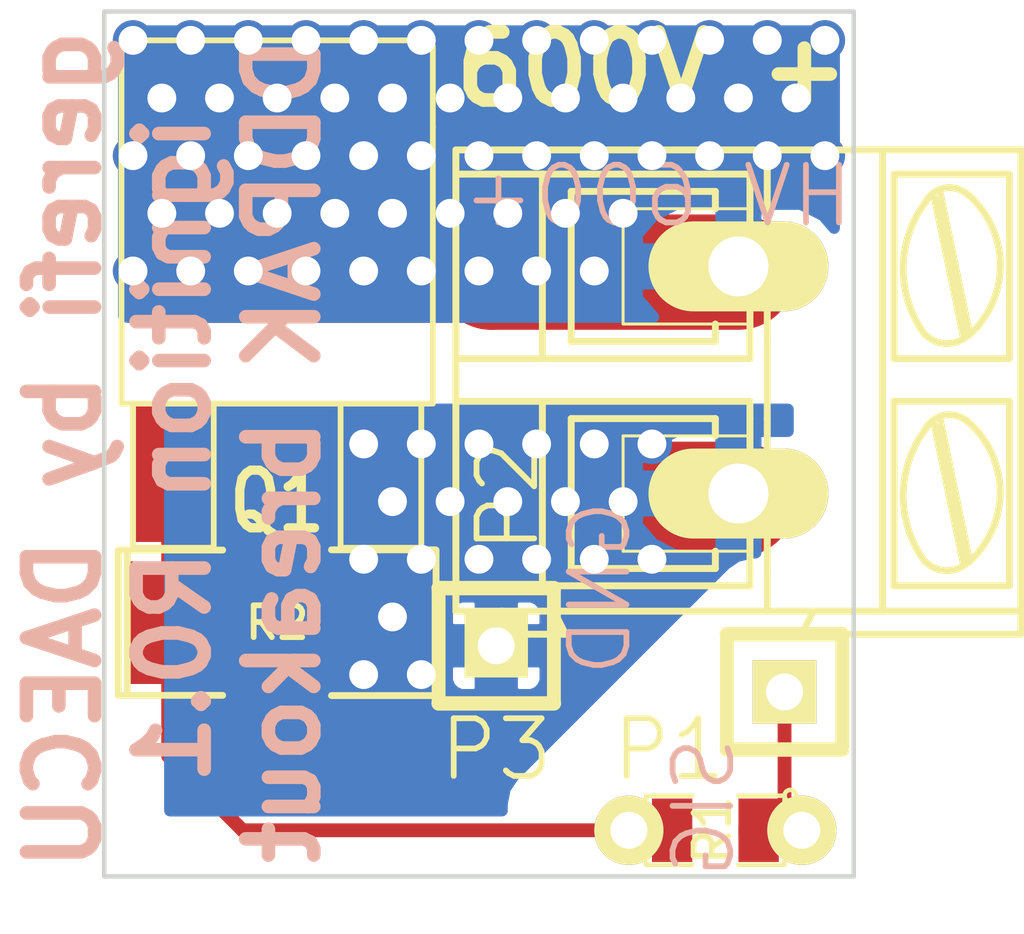
<source format=kicad_pcb>
(kicad_pcb (version 3) (host pcbnew "(2013-07-07 BZR 4022)-stable")

  (general
    (links 11)
    (no_connects 0)
    (area 200.225429 155.709477 231.089201 180.234166)
    (thickness 1.6)
    (drawings 13)
    (tracks 188)
    (zones 0)
    (modules 6)
    (nets 5)
  )

  (page A)
  (title_block 
    (title "DDPAK breakout")
    (rev R0.1)
    (company gerefi)
  )

  (layers
    (15 F.Cu signal)
    (0 B.Cu signal)
    (16 B.Adhes user)
    (17 F.Adhes user)
    (18 B.Paste user)
    (19 F.Paste user)
    (20 B.SilkS user)
    (21 F.SilkS user)
    (22 B.Mask user)
    (23 F.Mask user)
    (24 Dwgs.User user)
    (25 Cmts.User user)
    (26 Eco1.User user)
    (27 Eco2.User user)
    (28 Edge.Cuts user)
  )

  (setup
    (last_trace_width 0.3048)
    (trace_clearance 0.3048)
    (zone_clearance 0.254)
    (zone_45_only no)
    (trace_min 0.254)
    (segment_width 0.2)
    (edge_width 0.1)
    (via_size 0.889)
    (via_drill 0.635)
    (via_min_size 0.889)
    (via_min_drill 0.508)
    (uvia_size 0.508)
    (uvia_drill 0.127)
    (uvias_allowed no)
    (uvia_min_size 0.508)
    (uvia_min_drill 0.127)
    (pcb_text_width 0.3)
    (pcb_text_size 1.5 1.5)
    (mod_edge_width 0.15)
    (mod_text_size 1 1)
    (mod_text_width 0.15)
    (pad_size 1.5 1.5)
    (pad_drill 0.6)
    (pad_to_mask_clearance 0)
    (aux_axis_origin 0 0)
    (visible_elements 7FFFFF3F)
    (pcbplotparams
      (layerselection 3178497)
      (usegerberextensions true)
      (excludeedgelayer true)
      (linewidth 0.150000)
      (plotframeref false)
      (viasonmask false)
      (mode 1)
      (useauxorigin false)
      (hpglpennumber 1)
      (hpglpenspeed 20)
      (hpglpendiameter 15)
      (hpglpenoverlay 2)
      (psnegative false)
      (psa4output false)
      (plotreference true)
      (plotvalue true)
      (plotothertext true)
      (plotinvisibletext false)
      (padsonsilk false)
      (subtractmaskfromsilk false)
      (outputformat 1)
      (mirror false)
      (drillshape 1)
      (scaleselection 1)
      (outputdirectory ""))
  )

  (net 0 "")
  (net 1 /GND)
  (net 2 /HV)
  (net 3 /SIG)
  (net 4 /SIG2)

  (net_class Default "This is the default net class."
    (clearance 0.3048)
    (trace_width 0.3048)
    (via_dia 0.889)
    (via_drill 0.635)
    (uvia_dia 0.508)
    (uvia_drill 0.127)
    (add_net "")
    (add_net /GND)
    (add_net /HV)
    (add_net /SIG)
    (add_net /SIG2)
  )

  (net_class FAT ""
    (clearance 1.7526)
    (trace_width 2.54)
    (via_dia 0.889)
    (via_drill 0.635)
    (uvia_dia 0.508)
    (uvia_drill 0.127)
  )

  (net_class MIN ""
    (clearance 2.54)
    (trace_width 0.3048)
    (via_dia 0.889)
    (via_drill 0.635)
    (uvia_dia 0.508)
    (uvia_drill 0.127)
  )

  (module SM0805_jumper (layer F.Cu) (tedit 53B680BA) (tstamp 544A797B)
    (at 221.742 176.784 180)
    (path /54499D02)
    (attr smd)
    (fp_text reference R1 (at 0.0635 0 270) (layer F.SilkS)
      (effects (font (size 0.762 0.762) (thickness 0.127)))
    )
    (fp_text value 1K (at 0 1.27 180) (layer F.SilkS) hide
      (effects (font (size 0.50038 0.50038) (thickness 0.10922)))
    )
    (fp_circle (center -1.651 0.762) (end -1.651 0.635) (layer F.SilkS) (width 0.09906))
    (fp_line (start -0.508 0.762) (end -1.524 0.762) (layer F.SilkS) (width 0.09906))
    (fp_line (start -1.524 0.762) (end -1.524 -0.762) (layer F.SilkS) (width 0.09906))
    (fp_line (start -1.524 -0.762) (end -0.508 -0.762) (layer F.SilkS) (width 0.09906))
    (fp_line (start 0.508 -0.762) (end 1.524 -0.762) (layer F.SilkS) (width 0.09906))
    (fp_line (start 1.524 -0.762) (end 1.524 0.762) (layer F.SilkS) (width 0.09906))
    (fp_line (start 1.524 0.762) (end 0.508 0.762) (layer F.SilkS) (width 0.09906))
    (pad 2 smd rect (at 1.27 0 180) (size 1.524 0.2032)
      (layers F.Cu F.Paste F.Mask)
      (net 4 /SIG2)
    )
    (pad 1 smd rect (at -0.9525 0 180) (size 0.889 1.397)
      (layers F.Cu F.Paste F.Mask)
      (net 3 /SIG)
    )
    (pad 2 smd rect (at 0.9525 0 180) (size 0.889 1.397)
      (layers F.Cu F.Paste F.Mask)
      (net 4 /SIG2)
    )
    (pad 2 thru_hole circle (at 1.905 0 180) (size 1.524 1.524) (drill 0.8128)
      (layers *.Cu *.Mask F.SilkS)
      (net 4 /SIG2)
    )
    (pad 1 thru_hole circle (at -1.905 0 180) (size 1.524 1.524) (drill 0.8128)
      (layers *.Cu *.Mask F.SilkS)
      (net 3 /SIG)
    )
    (pad 1 smd rect (at -1.27 0 180) (size 1.524 0.2032)
      (layers F.Cu F.Paste F.Mask)
      (net 3 /SIG)
    )
    (model smd/chip_cms.wrl
      (at (xyz 0 0 0))
      (scale (xyz 0.1 0.1 0.1))
      (rotate (xyz 0 0 0))
    )
  )

  (module DPAK2 (layer F.Cu) (tedit 5449A3A9) (tstamp 5449C06D)
    (at 212.09 168.91)
    (descr "MOS boitier DPACK G-D-S")
    (tags "CMD DPACK")
    (path /5498B4BA)
    (attr smd)
    (fp_text reference Q1 (at 0 0.635) (layer F.SilkS)
      (effects (font (size 1.27 1.016) (thickness 0.2032)))
    )
    (fp_text value IRGS14C40L (at 0 -2.413) (layer F.SilkS) hide
      (effects (font (size 1.016 1.016) (thickness 0.2032)))
    )
    (fp_line (start 1.397 -1.524) (end 1.397 1.651) (layer F.SilkS) (width 0.127))
    (fp_line (start 1.397 1.651) (end 3.175 1.651) (layer F.SilkS) (width 0.127))
    (fp_line (start 3.175 1.651) (end 3.175 -1.524) (layer F.SilkS) (width 0.127))
    (fp_line (start -3.175 -1.524) (end -3.175 1.651) (layer F.SilkS) (width 0.127))
    (fp_line (start -3.175 1.651) (end -1.397 1.651) (layer F.SilkS) (width 0.127))
    (fp_line (start -1.397 1.651) (end -1.397 -1.524) (layer F.SilkS) (width 0.127))
    (fp_line (start 3.429 -7.62) (end 3.429 -1.524) (layer F.SilkS) (width 0.127))
    (fp_line (start 3.429 -1.524) (end -3.429 -1.524) (layer F.SilkS) (width 0.127))
    (fp_line (start -3.429 -1.524) (end -3.429 -9.398) (layer F.SilkS) (width 0.127))
    (fp_line (start -3.429 -9.525) (end 3.429 -9.525) (layer F.SilkS) (width 0.127))
    (fp_line (start 3.429 -9.398) (end 3.429 -7.62) (layer F.SilkS) (width 0.127))
    (pad 1 smd rect (at -2.286 0) (size 1.651 3.048)
      (layers F.Cu F.Paste F.Mask)
      (net 4 /SIG2)
    )
    (pad 2 smd rect (at 0 -6.35) (size 6.096 6.096)
      (layers F.Cu F.Paste F.Mask)
      (net 2 /HV)
    )
    (pad 3 smd rect (at 2.286 0) (size 1.651 3.048)
      (layers F.Cu F.Paste F.Mask)
      (net 1 /GND)
    )
    (model smd/dpack_2.wrl
      (at (xyz 0 0 0))
      (scale (xyz 1 1 1))
      (rotate (xyz 0 0 0))
    )
  )

  (module AK300-2 (layer F.Cu) (tedit 544A157D) (tstamp 544A2601)
    (at 222.25 166.878 270)
    (descr CONNECTOR)
    (tags CONNECTOR)
    (path /5449A1BA)
    (attr virtual)
    (fp_text reference P2 (at 2.54 5.08 270) (layer F.SilkS)
      (effects (font (size 1.27 1.27) (thickness 0.127)))
    )
    (fp_text value CONN_2 (at 0.254 7.747 270) (layer F.SilkS) hide
      (effects (font (size 1.778 1.778) (thickness 0.0889)))
    )
    (fp_line (start -3.7846 2.54) (end -1.2446 2.54) (layer F.SilkS) (width 0.06604))
    (fp_line (start -1.2446 2.54) (end -1.2446 -0.254) (layer F.SilkS) (width 0.06604))
    (fp_line (start -3.7846 -0.254) (end -1.2446 -0.254) (layer F.SilkS) (width 0.06604))
    (fp_line (start -3.7846 2.54) (end -3.7846 -0.254) (layer F.SilkS) (width 0.06604))
    (fp_line (start 1.2192 2.54) (end 3.7592 2.54) (layer F.SilkS) (width 0.06604))
    (fp_line (start 3.7592 2.54) (end 3.7592 -0.254) (layer F.SilkS) (width 0.06604))
    (fp_line (start 1.2192 -0.254) (end 3.7592 -0.254) (layer F.SilkS) (width 0.06604))
    (fp_line (start 1.2192 2.54) (end 1.2192 -0.254) (layer F.SilkS) (width 0.06604))
    (fp_line (start 5.08 -6.223) (end 5.08 -3.175) (layer F.SilkS) (width 0.1524))
    (fp_line (start 5.08 -6.223) (end -5.08 -6.223) (layer F.SilkS) (width 0.1524))
    (fp_line (start 5.08 -6.223) (end 5.588 -6.223) (layer F.SilkS) (width 0.1524))
    (fp_line (start 5.588 -6.223) (end 5.588 -1.397) (layer F.SilkS) (width 0.1524))
    (fp_line (start 5.588 -1.397) (end 5.08 -1.651) (layer F.SilkS) (width 0.1524))
    (fp_line (start 5.588 5.461) (end 5.08 5.207) (layer F.SilkS) (width 0.1524))
    (fp_line (start 5.08 5.207) (end 5.08 6.223) (layer F.SilkS) (width 0.1524))
    (fp_line (start 5.588 3.81) (end 5.08 4.064) (layer F.SilkS) (width 0.1524))
    (fp_line (start 5.08 4.064) (end 5.08 5.207) (layer F.SilkS) (width 0.1524))
    (fp_line (start 5.588 3.81) (end 5.588 5.461) (layer F.SilkS) (width 0.1524))
    (fp_line (start 0.4572 6.223) (end 0.4572 4.318) (layer F.SilkS) (width 0.1524))
    (fp_line (start 4.5212 -0.254) (end 4.5212 4.318) (layer F.SilkS) (width 0.1524))
    (fp_line (start 0.4572 6.223) (end 4.5212 6.223) (layer F.SilkS) (width 0.1524))
    (fp_line (start 4.5212 6.223) (end 5.08 6.223) (layer F.SilkS) (width 0.1524))
    (fp_line (start -0.4826 6.223) (end -0.4826 4.318) (layer F.SilkS) (width 0.1524))
    (fp_line (start -0.4826 6.223) (end 0.4572 6.223) (layer F.SilkS) (width 0.1524))
    (fp_line (start -4.5466 -0.254) (end -4.5466 4.318) (layer F.SilkS) (width 0.1524))
    (fp_line (start -5.08 6.223) (end -4.5466 6.223) (layer F.SilkS) (width 0.1524))
    (fp_line (start -4.5466 6.223) (end -0.4826 6.223) (layer F.SilkS) (width 0.1524))
    (fp_line (start 0.4572 4.318) (end 4.5212 4.318) (layer F.SilkS) (width 0.1524))
    (fp_line (start 0.4572 4.318) (end 0.4572 -0.254) (layer F.SilkS) (width 0.1524))
    (fp_line (start 4.5212 4.318) (end 4.5212 6.223) (layer F.SilkS) (width 0.1524))
    (fp_line (start -0.4826 4.318) (end -4.5466 4.318) (layer F.SilkS) (width 0.1524))
    (fp_line (start -0.4826 4.318) (end -0.4826 -0.254) (layer F.SilkS) (width 0.1524))
    (fp_line (start -4.5466 4.318) (end -4.5466 6.223) (layer F.SilkS) (width 0.1524))
    (fp_line (start 4.1402 3.683) (end 4.1402 0.508) (layer F.SilkS) (width 0.1524))
    (fp_line (start 4.1402 3.683) (end 0.8382 3.683) (layer F.SilkS) (width 0.1524))
    (fp_line (start 0.8382 3.683) (end 0.8382 0.508) (layer F.SilkS) (width 0.1524))
    (fp_line (start -0.8636 3.683) (end -0.8636 0.508) (layer F.SilkS) (width 0.1524))
    (fp_line (start -0.8636 3.683) (end -4.1656 3.683) (layer F.SilkS) (width 0.1524))
    (fp_line (start -4.1656 3.683) (end -4.1656 0.508) (layer F.SilkS) (width 0.1524))
    (fp_line (start -4.1656 0.508) (end -3.7846 0.508) (layer F.SilkS) (width 0.1524))
    (fp_line (start -0.8636 0.508) (end -1.2446 0.508) (layer F.SilkS) (width 0.1524))
    (fp_line (start 0.8382 0.508) (end 1.2192 0.508) (layer F.SilkS) (width 0.1524))
    (fp_line (start 4.1402 0.508) (end 3.7592 0.508) (layer F.SilkS) (width 0.1524))
    (fp_line (start -5.08 6.223) (end -5.08 -0.635) (layer F.SilkS) (width 0.1524))
    (fp_line (start -5.08 -0.635) (end -5.08 -3.175) (layer F.SilkS) (width 0.1524))
    (fp_line (start 5.08 -1.651) (end 5.08 -0.635) (layer F.SilkS) (width 0.1524))
    (fp_line (start 5.08 -0.635) (end 5.08 4.064) (layer F.SilkS) (width 0.1524))
    (fp_line (start -5.08 -3.175) (end 5.08 -3.175) (layer F.SilkS) (width 0.1524))
    (fp_line (start -5.08 -3.175) (end -5.08 -6.223) (layer F.SilkS) (width 0.1524))
    (fp_line (start 5.08 -3.175) (end 5.08 -1.651) (layer F.SilkS) (width 0.1524))
    (fp_line (start 0.4572 -3.429) (end 0.4572 -5.969) (layer F.SilkS) (width 0.1524))
    (fp_line (start 0.4572 -5.969) (end 4.5212 -5.969) (layer F.SilkS) (width 0.1524))
    (fp_line (start 4.5212 -5.969) (end 4.5212 -3.429) (layer F.SilkS) (width 0.1524))
    (fp_line (start 4.5212 -3.429) (end 0.4572 -3.429) (layer F.SilkS) (width 0.1524))
    (fp_line (start -0.4826 -3.429) (end -0.4826 -5.969) (layer F.SilkS) (width 0.1524))
    (fp_line (start -0.4826 -3.429) (end -4.5466 -3.429) (layer F.SilkS) (width 0.1524))
    (fp_line (start -4.5466 -3.429) (end -4.5466 -5.969) (layer F.SilkS) (width 0.1524))
    (fp_line (start -0.4826 -5.969) (end -4.5466 -5.969) (layer F.SilkS) (width 0.1524))
    (fp_line (start 0.8636 -4.445) (end 3.9116 -5.08) (layer F.SilkS) (width 0.1524))
    (fp_line (start 0.9906 -4.318) (end 4.0386 -4.953) (layer F.SilkS) (width 0.1524))
    (fp_line (start -4.1402 -4.445) (end -1.08966 -5.08) (layer F.SilkS) (width 0.1524))
    (fp_line (start -4.0132 -4.318) (end -0.9652 -4.953) (layer F.SilkS) (width 0.1524))
    (fp_line (start -4.5466 -0.254) (end -4.1656 -0.254) (layer F.SilkS) (width 0.1524))
    (fp_line (start -0.4826 -0.254) (end -0.8636 -0.254) (layer F.SilkS) (width 0.1524))
    (fp_line (start -0.8636 -0.254) (end -4.1656 -0.254) (layer F.SilkS) (width 0.1524))
    (fp_line (start -5.08 -0.635) (end -4.1656 -0.635) (layer F.SilkS) (width 0.1524))
    (fp_line (start -4.1656 -0.635) (end -0.8636 -0.635) (layer F.SilkS) (width 0.1524))
    (fp_line (start -0.8636 -0.635) (end 0.8382 -0.635) (layer F.SilkS) (width 0.1524))
    (fp_line (start 5.08 -0.635) (end 4.1402 -0.635) (layer F.SilkS) (width 0.1524))
    (fp_line (start 4.1402 -0.635) (end 0.8382 -0.635) (layer F.SilkS) (width 0.1524))
    (fp_line (start 4.5212 -0.254) (end 4.1402 -0.254) (layer F.SilkS) (width 0.1524))
    (fp_line (start 0.4572 -0.254) (end 0.8382 -0.254) (layer F.SilkS) (width 0.1524))
    (fp_line (start 0.8382 -0.254) (end 4.1402 -0.254) (layer F.SilkS) (width 0.1524))
    (fp_arc (start 3.5052 -4.59486) (end 4.01066 -5.05206) (angle 90.5) (layer F.SilkS) (width 0.1524))
    (fp_arc (start 2.54 -6.0706) (end 4.00304 -4.11734) (angle 75.5) (layer F.SilkS) (width 0.1524))
    (fp_arc (start 2.46126 -3.7084) (end 0.8636 -5.0038) (angle 100) (layer F.SilkS) (width 0.1524))
    (fp_arc (start 1.3462 -4.64566) (end 1.05664 -4.1275) (angle 104.2) (layer F.SilkS) (width 0.1524))
    (fp_arc (start -1.4986 -4.59486) (end -0.9906 -5.05206) (angle 90.5) (layer F.SilkS) (width 0.1524))
    (fp_arc (start -2.46126 -6.0706) (end -0.99822 -4.11734) (angle 75.5) (layer F.SilkS) (width 0.1524))
    (fp_arc (start -2.53746 -3.7084) (end -4.1402 -5.0038) (angle 100) (layer F.SilkS) (width 0.1524))
    (fp_arc (start -3.6576 -4.64566) (end -3.94462 -4.1275) (angle 104.2) (layer F.SilkS) (width 0.1524))
    (pad 1 thru_hole oval (at -2.5146 0 270) (size 1.9812 3.9624) (drill 1.3208)
      (layers *.Cu F.Paste F.SilkS F.Mask)
      (net 2 /HV)
    )
    (pad 2 thru_hole oval (at 2.4892 0 270) (size 1.9812 3.9624) (drill 1.3208)
      (layers *.Cu F.Paste F.SilkS F.Mask)
      (net 1 /GND)
    )
  )

  (module SM2010 (layer F.Cu) (tedit 544A1B10) (tstamp 5449C04A)
    (at 212.09 172.212)
    (tags "CMS SM")
    (path /54499C42)
    (attr smd)
    (fp_text reference R2 (at 0 0) (layer F.SilkS)
      (effects (font (size 0.70104 0.70104) (thickness 0.127)))
    )
    (fp_text value 100K (at 0 0.8) (layer F.SilkS) hide
      (effects (font (size 0.70104 0.70104) (thickness 0.127)))
    )
    (fp_line (start -3.3 -1.6) (end -3.3 1.6) (layer F.SilkS) (width 0.15))
    (fp_line (start 3.50012 -1.6002) (end 3.50012 1.6002) (layer F.SilkS) (width 0.15))
    (fp_line (start -3.5 -1.6) (end -3.5 1.6) (layer F.SilkS) (width 0.15))
    (fp_line (start 1.19634 1.60528) (end 3.48234 1.60528) (layer F.SilkS) (width 0.15))
    (fp_line (start 3.48234 -1.60528) (end 1.19634 -1.60528) (layer F.SilkS) (width 0.15))
    (fp_line (start -1.2 -1.6) (end -3.5 -1.6) (layer F.SilkS) (width 0.15))
    (fp_line (start -3.5 1.6) (end -1.2 1.6) (layer F.SilkS) (width 0.15))
    (pad 1 smd rect (at -2.4003 0) (size 1.80086 2.70002)
      (layers F.Cu F.Paste F.Mask)
      (net 4 /SIG2)
    )
    (pad 2 smd rect (at 2.4003 0) (size 1.80086 2.70002)
      (layers F.Cu F.Paste F.Mask)
      (net 1 /GND)
    )
    (model smd\chip_smd_pol_wide.wrl
      (at (xyz 0 0 0))
      (scale (xyz 0.35 0.35 0.35))
      (rotate (xyz 0 0 0))
    )
  )

  (module SIL-1 (layer F.Cu) (tedit 544A1D71) (tstamp 544A798F)
    (at 216.916 172.72)
    (descr "Connecteurs 1 pin")
    (tags "CONN DEV")
    (path /544A1CD8)
    (fp_text reference P3 (at 0 2.286) (layer F.SilkS)
      (effects (font (size 1.27 1.27) (thickness 0.127)))
    )
    (fp_text value CONN_1 (at 0 -2.54) (layer F.SilkS) hide
      (effects (font (size 1.524 1.016) (thickness 0.254)))
    )
    (fp_line (start -1.27 1.27) (end 1.27 1.27) (layer F.SilkS) (width 0.3175))
    (fp_line (start -1.27 -1.27) (end 1.27 -1.27) (layer F.SilkS) (width 0.3175))
    (fp_line (start -1.27 1.27) (end -1.27 -1.27) (layer F.SilkS) (width 0.3048))
    (fp_line (start 1.27 -1.27) (end 1.27 1.27) (layer F.SilkS) (width 0.3048))
    (pad 1 thru_hole rect (at 0 0) (size 1.397 1.397) (drill 0.8128)
      (layers *.Cu *.Mask F.SilkS)
      (net 1 /GND)
    )
  )

  (module SIL-1 (layer F.Cu) (tedit 544A1F68) (tstamp 544A7985)
    (at 223.266 173.736 180)
    (descr "Connecteurs 1 pin")
    (tags "CONN DEV")
    (path /544A1CBF)
    (fp_text reference P1 (at 2.54 -1.27 180) (layer F.SilkS)
      (effects (font (size 1.27 1.27) (thickness 0.127)))
    )
    (fp_text value CONN_1 (at 0 -2.54 180) (layer F.SilkS) hide
      (effects (font (size 1.524 1.016) (thickness 0.254)))
    )
    (fp_line (start -1.27 1.27) (end 1.27 1.27) (layer F.SilkS) (width 0.3175))
    (fp_line (start -1.27 -1.27) (end 1.27 -1.27) (layer F.SilkS) (width 0.3175))
    (fp_line (start -1.27 1.27) (end -1.27 -1.27) (layer F.SilkS) (width 0.3048))
    (fp_line (start 1.27 -1.27) (end 1.27 1.27) (layer F.SilkS) (width 0.3048))
    (pad 1 thru_hole rect (at 0 0 180) (size 1.397 1.397) (drill 0.8128)
      (layers *.Cu *.Mask F.SilkS)
      (net 3 /SIG)
    )
  )

  (gr_text "HV 600+" (at 220.472 162.814) (layer B.SilkS)
    (effects (font (size 1.27 1.27) (thickness 0.127)) (justify mirror))
  )
  (gr_text SIG (at 221.488 176.276 90) (layer B.SilkS)
    (effects (font (size 1.27 1.27) (thickness 0.127)) (justify mirror))
  )
  (gr_text GND (at 219.202 171.45 90) (layer B.SilkS)
    (effects (font (size 1.27 1.27) (thickness 0.127)) (justify mirror))
  )
  (gr_text "gerefi by DAECU\nignition R0.1\nDDPAK breakout\n" (at 209.804 168.402 90) (layer B.SilkS)
    (effects (font (size 1.5 1.5) (thickness 0.3)) (justify mirror))
  )
  (gr_line (start 208.28 177.8) (end 208.28 177.038) (angle 90) (layer Edge.Cuts) (width 0.1))
  (gr_line (start 224.79 177.8) (end 224.79 177.038) (angle 90) (layer Edge.Cuts) (width 0.1))
  (gr_line (start 208.28 176.53) (end 208.28 177.038) (angle 90) (layer Edge.Cuts) (width 0.1))
  (gr_line (start 224.79 176.53) (end 224.79 177.038) (angle 90) (layer Edge.Cuts) (width 0.1))
  (gr_text "600V +" (at 220.345 160.02) (layer F.SilkS)
    (effects (font (size 1.5 1.5) (thickness 0.3)))
  )
  (gr_line (start 224.79 177.8) (end 208.28 177.8) (angle 90) (layer Edge.Cuts) (width 0.1))
  (gr_line (start 224.79 158.75) (end 224.79 176.53) (angle 90) (layer Edge.Cuts) (width 0.1))
  (gr_line (start 208.28 158.75) (end 224.79 158.75) (angle 90) (layer Edge.Cuts) (width 0.1))
  (gr_line (start 208.28 176.53) (end 208.28 158.75) (angle 90) (layer Edge.Cuts) (width 0.1))

  (segment (start 222.25 169.3672) (end 215.0872 169.3672) (width 0.3048) (layer B.Cu) (net 1))
  (segment (start 215.0872 169.3672) (end 213.995 168.275) (width 0.3048) (layer B.Cu) (net 1) (tstamp 544A7AE7))
  (via (at 213.995 168.275) (size 0.889) (layers F.Cu B.Cu) (net 1))
  (segment (start 213.995 168.275) (end 215.265 168.275) (width 0.3048) (layer F.Cu) (net 1) (tstamp 544A7AE9))
  (via (at 215.265 168.275) (size 0.889) (layers F.Cu B.Cu) (net 1))
  (segment (start 215.265 168.275) (end 216.535 168.275) (width 0.3048) (layer B.Cu) (net 1) (tstamp 544A7AEC))
  (via (at 216.535 168.275) (size 0.889) (layers F.Cu B.Cu) (net 1))
  (segment (start 216.535 168.275) (end 217.805 168.275) (width 0.3048) (layer F.Cu) (net 1) (tstamp 544A7AEF))
  (via (at 217.805 168.275) (size 0.889) (layers F.Cu B.Cu) (net 1))
  (segment (start 217.805 168.275) (end 219.075 168.275) (width 0.3048) (layer B.Cu) (net 1) (tstamp 544A7AF2))
  (via (at 219.075 168.275) (size 0.889) (layers F.Cu B.Cu) (net 1))
  (segment (start 219.075 168.275) (end 220.345 168.275) (width 0.3048) (layer F.Cu) (net 1) (tstamp 544A7AF5))
  (via (at 220.345 168.275) (size 0.889) (layers F.Cu B.Cu) (net 1))
  (segment (start 220.345 168.275) (end 219.71 168.91) (width 0.3048) (layer B.Cu) (net 1) (tstamp 544A7AF8))
  (segment (start 219.71 168.91) (end 219.71 169.545) (width 0.3048) (layer B.Cu) (net 1) (tstamp 544A7AF9))
  (via (at 219.71 169.545) (size 0.889) (layers F.Cu B.Cu) (net 1))
  (segment (start 219.71 169.545) (end 218.44 169.545) (width 0.3048) (layer F.Cu) (net 1) (tstamp 544A7AFB))
  (via (at 218.44 169.545) (size 0.889) (layers F.Cu B.Cu) (net 1))
  (segment (start 218.44 169.545) (end 217.17 169.545) (width 0.3048) (layer B.Cu) (net 1) (tstamp 544A7AFE))
  (via (at 217.17 169.545) (size 0.889) (layers F.Cu B.Cu) (net 1))
  (segment (start 217.17 169.545) (end 215.9 169.545) (width 0.3048) (layer F.Cu) (net 1) (tstamp 544A7B01))
  (via (at 215.9 169.545) (size 0.889) (layers F.Cu B.Cu) (net 1))
  (segment (start 215.9 169.545) (end 214.63 169.545) (width 0.3048) (layer B.Cu) (net 1) (tstamp 544A7B04))
  (via (at 214.63 169.545) (size 0.889) (layers F.Cu B.Cu) (net 1))
  (segment (start 214.63 169.545) (end 213.995 170.18) (width 0.3048) (layer F.Cu) (net 1) (tstamp 544A7B07))
  (segment (start 213.995 170.18) (end 213.995 170.815) (width 0.3048) (layer F.Cu) (net 1) (tstamp 544A7B08))
  (via (at 213.995 170.815) (size 0.889) (layers F.Cu B.Cu) (net 1))
  (segment (start 213.995 170.815) (end 215.265 170.815) (width 0.3048) (layer B.Cu) (net 1) (tstamp 544A7B0A))
  (via (at 215.265 170.815) (size 0.889) (layers F.Cu B.Cu) (net 1))
  (segment (start 215.265 170.815) (end 216.535 170.815) (width 0.3048) (layer F.Cu) (net 1) (tstamp 544A7B0D))
  (via (at 216.535 170.815) (size 0.889) (layers F.Cu B.Cu) (net 1))
  (segment (start 216.535 170.815) (end 217.805 170.815) (width 0.3048) (layer B.Cu) (net 1) (tstamp 544A7B10))
  (via (at 217.805 170.815) (size 0.889) (layers F.Cu B.Cu) (net 1))
  (segment (start 217.805 170.815) (end 219.075 170.815) (width 0.3048) (layer F.Cu) (net 1) (tstamp 544A7B13))
  (via (at 219.075 170.815) (size 0.889) (layers F.Cu B.Cu) (net 1))
  (segment (start 219.075 170.815) (end 220.345 170.815) (width 0.3048) (layer B.Cu) (net 1) (tstamp 544A7B16))
  (via (at 220.345 170.815) (size 0.889) (layers F.Cu B.Cu) (net 1))
  (segment (start 220.345 170.815) (end 215.265 170.815) (width 0.3048) (layer F.Cu) (net 1) (tstamp 544A7B19))
  (segment (start 215.265 170.815) (end 214.63 171.45) (width 0.3048) (layer F.Cu) (net 1) (tstamp 544A7B1A))
  (segment (start 214.63 171.45) (end 214.63 172.085) (width 0.3048) (layer F.Cu) (net 1) (tstamp 544A7B1B))
  (via (at 214.63 172.085) (size 0.889) (layers F.Cu B.Cu) (net 1))
  (segment (start 214.63 172.085) (end 213.995 172.72) (width 0.3048) (layer B.Cu) (net 1) (tstamp 544A7B1D))
  (segment (start 213.995 172.72) (end 213.995 173.355) (width 0.3048) (layer B.Cu) (net 1) (tstamp 544A7B1E))
  (via (at 213.995 173.355) (size 0.889) (layers F.Cu B.Cu) (net 1))
  (segment (start 213.995 173.355) (end 215.265 173.355) (width 0.3048) (layer F.Cu) (net 1) (tstamp 544A7B21))
  (via (at 215.265 173.355) (size 0.889) (layers F.Cu B.Cu) (net 1))
  (segment (start 216.916 172.72) (end 214.9983 172.72) (width 0.3048) (layer F.Cu) (net 1))
  (segment (start 214.9983 172.72) (end 214.4903 172.212) (width 0.3048) (layer F.Cu) (net 1) (tstamp 544A7A2A))
  (segment (start 222.25 169.4942) (end 214.9602 169.4942) (width 2.54) (layer F.Cu) (net 1))
  (segment (start 214.9602 169.4942) (end 214.376 168.91) (width 2.54) (layer F.Cu) (net 1) (tstamp 544A26A4))
  (segment (start 214.4903 172.212) (end 214.4903 169.0243) (width 0.3048) (layer F.Cu) (net 1))
  (segment (start 214.4903 169.0243) (end 214.376 168.91) (width 0.3048) (layer F.Cu) (net 1) (tstamp 544A77FE))
  (segment (start 212.09 162.56) (end 212.725 162.56) (width 0.3048) (layer F.Cu) (net 2))
  (segment (start 212.725 162.56) (end 213.36 163.195) (width 0.3048) (layer F.Cu) (net 2) (tstamp 544A7AD1))
  (via (at 213.36 163.195) (size 0.889) (layers F.Cu B.Cu) (net 2))
  (segment (start 213.36 163.195) (end 212.09 163.195) (width 0.3048) (layer B.Cu) (net 2) (tstamp 544A7AD3))
  (via (at 212.09 163.195) (size 0.889) (layers F.Cu B.Cu) (net 2))
  (segment (start 212.09 163.195) (end 213.36 164.465) (width 0.3048) (layer F.Cu) (net 2) (tstamp 544A7AD6))
  (segment (start 213.36 164.465) (end 213.995 164.465) (width 0.3048) (layer F.Cu) (net 2) (tstamp 544A7AD7))
  (via (at 213.995 164.465) (size 0.889) (layers F.Cu B.Cu) (net 2))
  (segment (start 213.995 164.465) (end 215.265 164.465) (width 0.3048) (layer B.Cu) (net 2) (tstamp 544A7AD9))
  (via (at 215.265 164.465) (size 0.889) (layers F.Cu B.Cu) (net 2))
  (segment (start 215.265 164.465) (end 216.535 164.465) (width 0.3048) (layer F.Cu) (net 2) (tstamp 544A7ADC))
  (via (at 216.535 164.465) (size 0.889) (layers F.Cu B.Cu) (net 2))
  (segment (start 216.535 164.465) (end 217.805 164.465) (width 0.3048) (layer B.Cu) (net 2) (tstamp 544A7ADF))
  (via (at 217.805 164.465) (size 0.889) (layers F.Cu B.Cu) (net 2))
  (segment (start 217.805 164.465) (end 219.075 164.465) (width 0.3048) (layer F.Cu) (net 2) (tstamp 544A7AE2))
  (via (at 219.075 164.465) (size 0.889) (layers F.Cu B.Cu) (net 2))
  (segment (start 208.915 161.925) (end 208.915 162.56) (width 0.3048) (layer F.Cu) (net 2))
  (segment (start 208.915 162.56) (end 209.55 163.195) (width 0.3048) (layer F.Cu) (net 2) (tstamp 544A7ABB))
  (via (at 209.55 163.195) (size 0.889) (layers F.Cu B.Cu) (net 2))
  (segment (start 209.55 163.195) (end 210.82 163.195) (width 0.3048) (layer B.Cu) (net 2) (tstamp 544A7ABD))
  (via (at 210.82 163.195) (size 0.889) (layers F.Cu B.Cu) (net 2))
  (segment (start 210.82 163.195) (end 209.55 164.465) (width 0.3048) (layer F.Cu) (net 2) (tstamp 544A7AC0))
  (segment (start 209.55 164.465) (end 208.915 164.465) (width 0.3048) (layer F.Cu) (net 2) (tstamp 544A7AC1))
  (via (at 208.915 164.465) (size 0.889) (layers F.Cu B.Cu) (net 2))
  (segment (start 208.915 164.465) (end 210.185 164.465) (width 0.3048) (layer B.Cu) (net 2) (tstamp 544A7AC3))
  (via (at 210.185 164.465) (size 0.889) (layers F.Cu B.Cu) (net 2))
  (segment (start 210.185 164.465) (end 211.455 164.465) (width 0.3048) (layer F.Cu) (net 2) (tstamp 544A7AC6))
  (via (at 211.455 164.465) (size 0.889) (layers F.Cu B.Cu) (net 2))
  (segment (start 211.455 164.465) (end 212.725 164.465) (width 0.3048) (layer B.Cu) (net 2) (tstamp 544A7AC9))
  (via (at 212.725 164.465) (size 0.889) (layers F.Cu B.Cu) (net 2))
  (segment (start 212.725 164.465) (end 212.7504 164.4904) (width 0.3048) (layer F.Cu) (net 2) (tstamp 544A7ACC))
  (segment (start 212.7504 164.4904) (end 213.7156 164.4904) (width 0.3048) (layer F.Cu) (net 2) (tstamp 544A7ACD))
  (segment (start 213.7156 164.4904) (end 213.868 164.338) (width 0.3048) (layer F.Cu) (net 2) (tstamp 544A7ACE))
  (segment (start 213.868 164.338) (end 212.09 162.56) (width 0.3048) (layer F.Cu) (net 2) (tstamp 544A7ACF))
  (segment (start 224.155 159.385) (end 224.155 160.02) (width 0.3048) (layer F.Cu) (net 2))
  (segment (start 224.155 160.02) (end 223.52 160.655) (width 0.3048) (layer F.Cu) (net 2) (tstamp 544A7A5F))
  (via (at 223.52 160.655) (size 0.889) (layers F.Cu B.Cu) (net 2))
  (segment (start 223.52 160.655) (end 222.25 160.655) (width 0.3048) (layer B.Cu) (net 2) (tstamp 544A7A61))
  (via (at 222.25 160.655) (size 0.889) (layers F.Cu B.Cu) (net 2))
  (segment (start 222.25 160.655) (end 220.98 160.655) (width 0.3048) (layer F.Cu) (net 2) (tstamp 544A7A64))
  (via (at 220.98 160.655) (size 0.889) (layers F.Cu B.Cu) (net 2))
  (segment (start 220.98 160.655) (end 219.71 160.655) (width 0.3048) (layer B.Cu) (net 2) (tstamp 544A7A67))
  (via (at 219.71 160.655) (size 0.889) (layers F.Cu B.Cu) (net 2))
  (segment (start 219.71 160.655) (end 218.44 160.655) (width 0.3048) (layer F.Cu) (net 2) (tstamp 544A7A6A))
  (via (at 218.44 160.655) (size 0.889) (layers F.Cu B.Cu) (net 2))
  (segment (start 218.44 160.655) (end 217.17 160.655) (width 0.3048) (layer B.Cu) (net 2) (tstamp 544A7A6D))
  (via (at 217.17 160.655) (size 0.889) (layers F.Cu B.Cu) (net 2))
  (segment (start 217.17 160.655) (end 215.9 160.655) (width 0.3048) (layer F.Cu) (net 2) (tstamp 544A7A70))
  (via (at 215.9 160.655) (size 0.889) (layers F.Cu B.Cu) (net 2))
  (segment (start 215.9 160.655) (end 214.63 160.655) (width 0.3048) (layer B.Cu) (net 2) (tstamp 544A7A73))
  (via (at 214.63 160.655) (size 0.889) (layers F.Cu B.Cu) (net 2))
  (segment (start 214.63 160.655) (end 213.36 160.655) (width 0.3048) (layer F.Cu) (net 2) (tstamp 544A7A76))
  (via (at 213.36 160.655) (size 0.889) (layers F.Cu B.Cu) (net 2))
  (segment (start 213.36 160.655) (end 212.09 160.655) (width 0.3048) (layer B.Cu) (net 2) (tstamp 544A7A79))
  (via (at 212.09 160.655) (size 0.889) (layers F.Cu B.Cu) (net 2))
  (segment (start 212.09 160.655) (end 210.82 160.655) (width 0.3048) (layer F.Cu) (net 2) (tstamp 544A7A7C))
  (via (at 210.82 160.655) (size 0.889) (layers F.Cu B.Cu) (net 2))
  (segment (start 210.82 160.655) (end 209.55 160.655) (width 0.3048) (layer B.Cu) (net 2) (tstamp 544A7A7F))
  (via (at 209.55 160.655) (size 0.889) (layers F.Cu B.Cu) (net 2))
  (segment (start 209.55 160.655) (end 208.915 161.29) (width 0.3048) (layer F.Cu) (net 2) (tstamp 544A7A82))
  (segment (start 208.915 161.29) (end 208.915 161.925) (width 0.3048) (layer F.Cu) (net 2) (tstamp 544A7A83))
  (via (at 208.915 161.925) (size 0.889) (layers F.Cu B.Cu) (net 2))
  (segment (start 208.915 161.925) (end 210.185 161.925) (width 0.3048) (layer B.Cu) (net 2) (tstamp 544A7A85))
  (via (at 210.185 161.925) (size 0.889) (layers F.Cu B.Cu) (net 2))
  (segment (start 210.185 161.925) (end 211.455 161.925) (width 0.3048) (layer F.Cu) (net 2) (tstamp 544A7A88))
  (via (at 211.455 161.925) (size 0.889) (layers F.Cu B.Cu) (net 2))
  (segment (start 211.455 161.925) (end 212.725 161.925) (width 0.3048) (layer B.Cu) (net 2) (tstamp 544A7A8B))
  (via (at 212.725 161.925) (size 0.889) (layers F.Cu B.Cu) (net 2))
  (segment (start 212.725 161.925) (end 213.995 161.925) (width 0.3048) (layer F.Cu) (net 2) (tstamp 544A7A8E))
  (via (at 213.995 161.925) (size 0.889) (layers F.Cu B.Cu) (net 2))
  (segment (start 213.995 161.925) (end 215.265 161.925) (width 0.3048) (layer B.Cu) (net 2) (tstamp 544A7A91))
  (via (at 215.265 161.925) (size 0.889) (layers F.Cu B.Cu) (net 2))
  (segment (start 215.265 161.925) (end 216.535 161.925) (width 0.3048) (layer F.Cu) (net 2) (tstamp 544A7A94))
  (via (at 216.535 161.925) (size 0.889) (layers F.Cu B.Cu) (net 2))
  (segment (start 216.535 161.925) (end 217.805 161.925) (width 0.3048) (layer B.Cu) (net 2) (tstamp 544A7A97))
  (via (at 217.805 161.925) (size 0.889) (layers F.Cu B.Cu) (net 2))
  (segment (start 217.805 161.925) (end 219.075 161.925) (width 0.3048) (layer F.Cu) (net 2) (tstamp 544A7A9A))
  (via (at 219.075 161.925) (size 0.889) (layers F.Cu B.Cu) (net 2))
  (segment (start 219.075 161.925) (end 220.345 161.925) (width 0.3048) (layer B.Cu) (net 2) (tstamp 544A7A9D))
  (via (at 220.345 161.925) (size 0.889) (layers F.Cu B.Cu) (net 2))
  (segment (start 220.345 161.925) (end 221.615 161.925) (width 0.3048) (layer F.Cu) (net 2) (tstamp 544A7AA0))
  (via (at 221.615 161.925) (size 0.889) (layers F.Cu B.Cu) (net 2))
  (segment (start 221.615 161.925) (end 222.885 161.925) (width 0.3048) (layer B.Cu) (net 2) (tstamp 544A7AA3))
  (via (at 222.885 161.925) (size 0.889) (layers F.Cu B.Cu) (net 2))
  (segment (start 222.885 161.925) (end 224.155 161.925) (width 0.3048) (layer F.Cu) (net 2) (tstamp 544A7AA6))
  (via (at 224.155 161.925) (size 0.889) (layers F.Cu B.Cu) (net 2))
  (segment (start 224.155 161.925) (end 218.44 161.925) (width 0.3048) (layer B.Cu) (net 2) (tstamp 544A7AA9))
  (segment (start 218.44 161.925) (end 219.71 163.195) (width 0.3048) (layer B.Cu) (net 2) (tstamp 544A7AAA))
  (via (at 219.71 163.195) (size 0.889) (layers F.Cu B.Cu) (net 2))
  (segment (start 219.71 163.195) (end 218.44 163.195) (width 0.3048) (layer F.Cu) (net 2) (tstamp 544A7AAD))
  (via (at 218.44 163.195) (size 0.889) (layers F.Cu B.Cu) (net 2))
  (segment (start 218.44 163.195) (end 217.17 163.195) (width 0.3048) (layer B.Cu) (net 2) (tstamp 544A7AB0))
  (via (at 217.17 163.195) (size 0.889) (layers F.Cu B.Cu) (net 2))
  (segment (start 217.17 163.195) (end 215.9 163.195) (width 0.3048) (layer F.Cu) (net 2) (tstamp 544A7AB3))
  (via (at 215.9 163.195) (size 0.889) (layers F.Cu B.Cu) (net 2))
  (segment (start 215.9 163.195) (end 214.63 163.195) (width 0.3048) (layer B.Cu) (net 2) (tstamp 544A7AB6))
  (via (at 214.63 163.195) (size 0.889) (layers F.Cu B.Cu) (net 2))
  (segment (start 214.63 163.195) (end 212.09 162.56) (width 0.3048) (layer F.Cu) (net 2) (tstamp 544A7ABA))
  (segment (start 212.09 162.56) (end 208.915 159.385) (width 0.3048) (layer F.Cu) (net 2))
  (segment (start 224.155 159.385) (end 223.52 160.02) (width 0.3048) (layer B.Cu) (net 2) (tstamp 544A7A58))
  (via (at 224.155 159.385) (size 0.889) (layers F.Cu B.Cu) (net 2))
  (segment (start 222.885 159.385) (end 224.155 159.385) (width 0.3048) (layer F.Cu) (net 2) (tstamp 544A7A55))
  (via (at 222.885 159.385) (size 0.889) (layers F.Cu B.Cu) (net 2))
  (segment (start 221.615 159.385) (end 222.885 159.385) (width 0.3048) (layer B.Cu) (net 2) (tstamp 544A7A52))
  (via (at 221.615 159.385) (size 0.889) (layers F.Cu B.Cu) (net 2))
  (segment (start 220.345 159.385) (end 221.615 159.385) (width 0.3048) (layer F.Cu) (net 2) (tstamp 544A7A4F))
  (via (at 220.345 159.385) (size 0.889) (layers F.Cu B.Cu) (net 2))
  (segment (start 219.075 159.385) (end 220.345 159.385) (width 0.3048) (layer B.Cu) (net 2) (tstamp 544A7A4C))
  (via (at 219.075 159.385) (size 0.889) (layers F.Cu B.Cu) (net 2))
  (segment (start 217.805 159.385) (end 219.075 159.385) (width 0.3048) (layer F.Cu) (net 2) (tstamp 544A7A49))
  (via (at 217.805 159.385) (size 0.889) (layers F.Cu B.Cu) (net 2))
  (segment (start 216.535 159.385) (end 217.805 159.385) (width 0.3048) (layer B.Cu) (net 2) (tstamp 544A7A46))
  (via (at 216.535 159.385) (size 0.889) (layers F.Cu B.Cu) (net 2))
  (segment (start 215.265 159.385) (end 216.535 159.385) (width 0.3048) (layer F.Cu) (net 2) (tstamp 544A7A43))
  (via (at 215.265 159.385) (size 0.889) (layers F.Cu B.Cu) (net 2))
  (segment (start 213.995 159.385) (end 215.265 159.385) (width 0.3048) (layer B.Cu) (net 2) (tstamp 544A7A40))
  (via (at 213.995 159.385) (size 0.889) (layers F.Cu B.Cu) (net 2))
  (segment (start 212.725 159.385) (end 213.995 159.385) (width 0.3048) (layer F.Cu) (net 2) (tstamp 544A7A3D))
  (via (at 212.725 159.385) (size 0.889) (layers F.Cu B.Cu) (net 2))
  (segment (start 211.455 159.385) (end 212.725 159.385) (width 0.3048) (layer B.Cu) (net 2) (tstamp 544A7A3A))
  (via (at 211.455 159.385) (size 0.889) (layers F.Cu B.Cu) (net 2))
  (segment (start 210.185 159.385) (end 211.455 159.385) (width 0.3048) (layer F.Cu) (net 2) (tstamp 544A7A37))
  (via (at 210.185 159.385) (size 0.889) (layers F.Cu B.Cu) (net 2))
  (segment (start 208.915 159.385) (end 210.185 159.385) (width 0.3048) (layer B.Cu) (net 2) (tstamp 544A7A34))
  (via (at 208.915 159.385) (size 0.889) (layers F.Cu B.Cu) (net 2))
  (segment (start 222.25 164.4904) (end 216.8144 164.4904) (width 2.54) (layer F.Cu) (net 2))
  (segment (start 213.868 164.338) (end 212.09 162.56) (width 2.54) (layer F.Cu) (net 2) (tstamp 544A269D))
  (segment (start 216.662 164.338) (end 213.868 164.338) (width 2.54) (layer F.Cu) (net 2) (tstamp 544A269C))
  (segment (start 216.8144 164.4904) (end 216.662 164.338) (width 2.54) (layer F.Cu) (net 2) (tstamp 544A269B))
  (segment (start 223.266 173.736) (end 223.266 176.2125) (width 0.3048) (layer F.Cu) (net 3))
  (segment (start 223.266 176.2125) (end 222.6945 176.784) (width 0.3048) (layer F.Cu) (net 3) (tstamp 544A7A21))
  (segment (start 220.472 176.784) (end 211.328 176.784) (width 0.3048) (layer F.Cu) (net 4))
  (segment (start 209.6897 175.1457) (end 209.6897 172.212) (width 0.3048) (layer F.Cu) (net 4) (tstamp 544A7A26))
  (segment (start 211.328 176.784) (end 209.6897 175.1457) (width 0.3048) (layer F.Cu) (net 4) (tstamp 544A7A24))
  (segment (start 209.6897 172.212) (end 209.6897 169.0243) (width 0.3048) (layer F.Cu) (net 4))
  (segment (start 209.6897 169.0243) (end 209.804 168.91) (width 0.3048) (layer F.Cu) (net 4) (tstamp 544A77EC))

  (zone (net 2) (net_name /HV) (layer B.Cu) (tstamp 544A1897) (hatch edge 0.508)
    (connect_pads (clearance 0.254))
    (min_thickness 0.254)
    (fill (arc_segments 16) (thermal_gap 0.254) (thermal_bridge_width 1.016) (smoothing fillet) (radius 0.762))
    (polygon
      (pts
        (xy 225.044 158.496) (xy 208.026 158.496) (xy 208.026 165.608) (xy 225.044 165.608)
      )
    )
    (filled_polygon
      (pts
        (xy 224.359 163.522537) (xy 224.117487 163.242009) (xy 223.6216 162.9918) (xy 222.631 162.9918) (xy 222.631 163.9824)
        (xy 222.651 163.9824) (xy 222.651 164.7444) (xy 222.631 164.7444) (xy 222.631 164.7644) (xy 221.869 164.7644)
        (xy 221.869 164.7444) (xy 221.869 163.9824) (xy 221.869 162.9918) (xy 220.8784 162.9918) (xy 220.382513 163.242009)
        (xy 220.020124 163.66294) (xy 220.017603 163.780969) (xy 220.041243 163.9824) (xy 221.869 163.9824) (xy 221.869 164.7444)
        (xy 220.041243 164.7444) (xy 220.017603 164.945831) (xy 220.020124 165.06386) (xy 220.379249 165.481) (xy 208.800508 165.481)
        (xy 208.711 165.463195) (xy 208.711 159.181) (xy 224.359 159.181) (xy 224.359 163.522537)
      )
    )
  )
  (zone (net 1) (net_name /GND) (layer B.Cu) (tstamp 544A26B3) (hatch edge 0.508)
    (connect_pads (clearance 1.27))
    (min_thickness 0.254)
    (fill (arc_segments 16) (thermal_gap 0.254) (thermal_bridge_width 1.016) (smoothing fillet) (radius 0.762))
    (polygon
      (pts
        (xy 207.772 167.386) (xy 225.044 167.386) (xy 225.044 170.688) (xy 222.25 170.815) (xy 217.17 175.895)
        (xy 217.17 179.07) (xy 207.772 179.07)
      )
    )
    (filled_polygon
      (pts
        (xy 223.343 167.9956) (xy 222.631 167.9956) (xy 222.631 168.9862) (xy 222.651 168.9862) (xy 222.651 169.7482)
        (xy 222.631 169.7482) (xy 222.631 170.67055) (xy 222.527701 170.675246) (xy 222.220176 170.747386) (xy 221.959549 170.925846)
        (xy 221.869 171.016395) (xy 221.869 170.7388) (xy 221.869 169.7482) (xy 221.869 168.9862) (xy 221.869 167.9956)
        (xy 220.8784 167.9956) (xy 220.382513 168.245809) (xy 220.020124 168.66674) (xy 220.017603 168.784769) (xy 220.041243 168.9862)
        (xy 221.869 168.9862) (xy 221.869 169.7482) (xy 220.041243 169.7482) (xy 220.017603 169.949631) (xy 220.020124 170.06766)
        (xy 220.382513 170.488591) (xy 220.8784 170.7388) (xy 221.869 170.7388) (xy 221.869 171.016395) (xy 217.995566 174.889829)
        (xy 217.995566 173.343047) (xy 217.995566 172.096953) (xy 217.995434 171.945382) (xy 217.937308 171.805399) (xy 217.830037 171.698316)
        (xy 217.689953 171.640434) (xy 217.3605 171.6405) (xy 217.26525 171.73575) (xy 217.26525 172.37075) (xy 217.90025 172.37075)
        (xy 217.9955 172.2755) (xy 217.995566 172.096953) (xy 217.995566 173.343047) (xy 217.9955 173.1645) (xy 217.90025 173.06925)
        (xy 217.26525 173.06925) (xy 217.26525 173.70425) (xy 217.3605 173.7995) (xy 217.689953 173.799566) (xy 217.830037 173.741684)
        (xy 217.937308 173.634601) (xy 217.995434 173.494618) (xy 217.995566 173.343047) (xy 217.995566 174.889829) (xy 217.294538 175.590857)
        (xy 217.108373 175.869473) (xy 217.043 176.198123) (xy 217.043 176.353) (xy 216.56675 176.353) (xy 216.56675 173.70425)
        (xy 216.56675 173.06925) (xy 216.56675 172.37075) (xy 216.56675 171.73575) (xy 216.4715 171.6405) (xy 216.142047 171.640434)
        (xy 216.001963 171.698316) (xy 215.894692 171.805399) (xy 215.836566 171.945382) (xy 215.836434 172.096953) (xy 215.8365 172.2755)
        (xy 215.93175 172.37075) (xy 216.56675 172.37075) (xy 216.56675 173.06925) (xy 215.93175 173.06925) (xy 215.8365 173.1645)
        (xy 215.836434 173.343047) (xy 215.836566 173.494618) (xy 215.894692 173.634601) (xy 216.001963 173.741684) (xy 216.142047 173.799566)
        (xy 216.4715 173.7995) (xy 216.56675 173.70425) (xy 216.56675 176.353) (xy 209.727 176.353) (xy 209.727 167.513)
        (xy 223.343 167.513) (xy 223.343 167.9956)
      )
    )
  )
)

</source>
